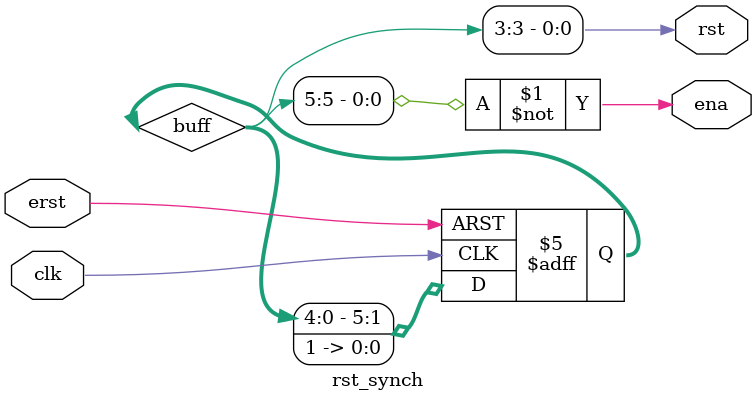
<source format=v>
`timescale 1ns/100ps

module rst_synch(clk, erst, rst, ena);
    /* Parameter declaration */
    parameter RSTSIZE = 4;
    parameter ENASIZE = 2;
    /* Control line input declaration */
    input clk;
    input erst;
    /* Control line output declaration */
    output rst;
    output ena;

    reg [RSTSIZE+ENASIZE-1:0] buff = {(RSTSIZE+ENASIZE){1'd0}};

    assign rst = buff[RSTSIZE-1];
    assign ena = ~buff[RSTSIZE+ENASIZE-1];

    always @ (posedge clk or negedge erst) begin
        if (!erst)
            buff <= {(RSTSIZE+ENASIZE){1'd0}};
        else begin
            buff[RSTSIZE+ENASIZE-1:1] <= buff[RSTSIZE+ENASIZE-2:0];
            buff[0] <= 1'd1;
        end
    end

endmodule

</source>
